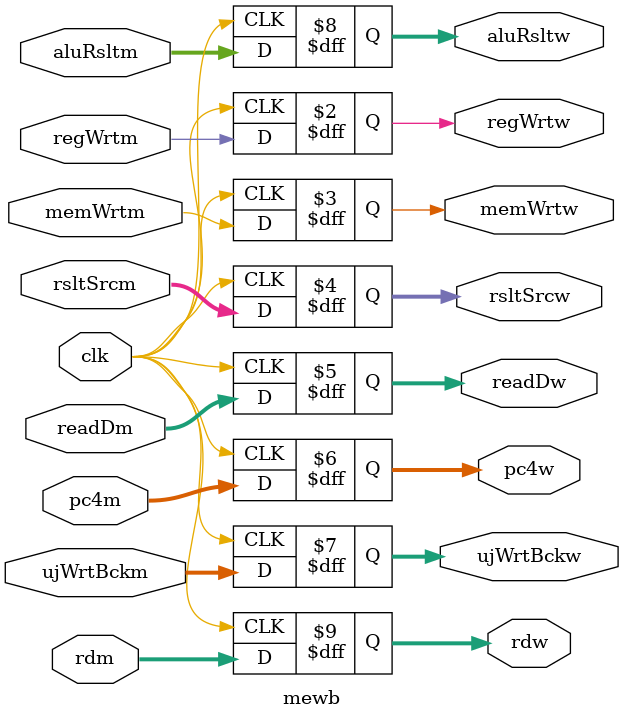
<source format=sv>
`timescale 1ns/1ps

module mewb (
    input logic clk,

    //control path
    input logic regWrtm,memWrtm,
    input logic [1:0] rsltSrcm,
    output logic regWrtw,memWrtw,
    output logic [1:0] rsltSrcw,

    //datapath
    input logic [31:0] readDm,pc4m,ujWrtBckm,aluRsltm,
    input logic [4:0] rdm,
    output logic [31:0] readDw,pc4w,ujWrtBckw,aluRsltw,
    output logic [4:0] rdw

);

    always_ff @(posedge clk ) begin
        
        regWrtw<=regWrtm;
        memWrtw<=memWrtm;
        rsltSrcw<=rsltSrcm;
        readDw<=readDm;
        pc4w<=pc4m;
        rdw<=rdm;
        ujWrtBckw<=ujWrtBckm;
        aluRsltw<=aluRsltm;
        
    end
    
endmodule
</source>
